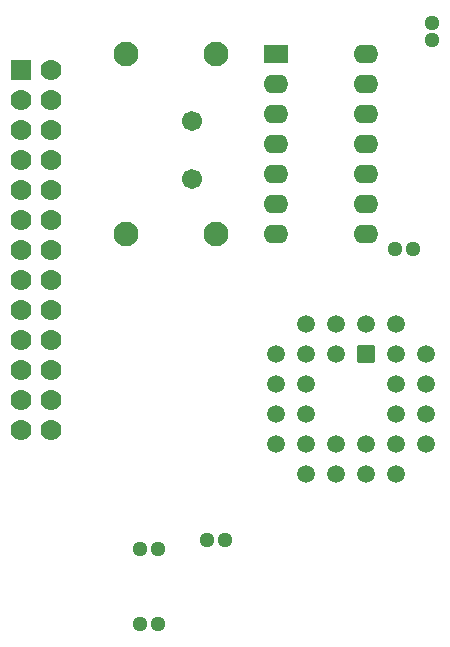
<source format=gbs>
G04 Layer: BottomSolderMaskLayer*
G04 EasyEDA v6.5.40, 2024-12-13 02:27:43*
G04 cafc711810e44acb902ef42d95588454,10*
G04 Gerber Generator version 0.2*
G04 Scale: 100 percent, Rotated: No, Reflected: No *
G04 Dimensions in inches *
G04 leading zeros omitted , absolute positions ,3 integer and 6 decimal *
%FSLAX36Y36*%
%MOIN*%

%AMMACRO1*1,1,$1,$2,$3*1,1,$1,$4,$5*1,1,$1,0-$2,0-$3*1,1,$1,0-$4,0-$5*20,1,$1,$2,$3,$4,$5,0*20,1,$1,$4,$5,0-$2,0-$3,0*20,1,$1,0-$2,0-$3,0-$4,0-$5,0*20,1,$1,0-$4,0-$5,$2,$3,0*4,1,4,$2,$3,$4,$5,0-$2,0-$3,0-$4,0-$5,$2,$3,0*%
%ADD10C,0.0670*%
%ADD11C,0.0512*%
%ADD12O,0.08274000000000001X0.063055*%
%ADD13MACRO1,0.004X-0.0394X0.0295X0.0394X0.0295*%
%ADD14C,0.0827*%
%ADD15MACRO1,0.004X-0.0275X0.0275X0.0275X0.0275*%
%ADD16C,0.0590*%
%ADD17C,0.0700*%
%ADD18R,0.0700X0.0700*%

%LPD*%
D10*
G01*
X720000Y-616460D03*
G01*
X720000Y-423539D03*
D11*
G01*
X1454530Y-850000D03*
G01*
X1395469Y-850000D03*
G01*
X1520000Y-95470D03*
G01*
X1520000Y-154529D03*
G01*
X545470Y-2100000D03*
G01*
X604529Y-2100000D03*
G01*
X829530Y-1820000D03*
G01*
X770469Y-1820000D03*
G01*
X545470Y-1850000D03*
G01*
X604529Y-1850000D03*
D12*
G01*
X1300000Y-800000D03*
G01*
X1300000Y-700000D03*
G01*
X1300000Y-600000D03*
G01*
X1300000Y-500000D03*
G01*
X1300000Y-400000D03*
G01*
X1300000Y-300000D03*
G01*
X1300000Y-200000D03*
G01*
X1000000Y-800000D03*
G01*
X1000000Y-700000D03*
G01*
X1000000Y-600000D03*
G01*
X1000000Y-500000D03*
G01*
X1000000Y-400000D03*
G01*
X1000000Y-300000D03*
D13*
G01*
X1000000Y-200000D03*
D14*
G01*
X500000Y-200000D03*
G01*
X500000Y-800000D03*
G01*
X800000Y-800000D03*
G01*
X800000Y-200000D03*
D15*
G01*
X1300000Y-1200000D03*
D16*
G01*
X1200000Y-1100000D03*
G01*
X1200000Y-1200000D03*
G01*
X1100000Y-1100000D03*
G01*
X1000000Y-1200000D03*
G01*
X1100000Y-1200000D03*
G01*
X1000000Y-1300000D03*
G01*
X1100000Y-1300000D03*
G01*
X1000000Y-1400000D03*
G01*
X1100000Y-1400000D03*
G01*
X1000000Y-1500000D03*
G01*
X1100000Y-1600000D03*
G01*
X1100000Y-1500000D03*
G01*
X1200000Y-1600000D03*
G01*
X1200000Y-1500000D03*
G01*
X1300000Y-1600000D03*
G01*
X1300000Y-1500000D03*
G01*
X1400000Y-1600000D03*
G01*
X1500000Y-1500000D03*
G01*
X1400000Y-1500000D03*
G01*
X1500000Y-1400000D03*
G01*
X1400000Y-1400000D03*
G01*
X1500000Y-1300000D03*
G01*
X1400000Y-1300000D03*
G01*
X1500000Y-1200000D03*
G01*
X1400000Y-1100000D03*
G01*
X1400000Y-1200000D03*
G01*
X1300000Y-1100000D03*
D17*
G01*
X250000Y-1455000D03*
G01*
X150000Y-1455000D03*
G01*
X150000Y-1355000D03*
G01*
X250000Y-1355000D03*
G01*
X150000Y-1255000D03*
G01*
X250000Y-1255000D03*
G01*
X150000Y-1055000D03*
G01*
X150000Y-1155000D03*
G01*
X250000Y-1155000D03*
G01*
X250000Y-1055000D03*
G01*
X150000Y-955000D03*
G01*
X250000Y-955000D03*
G01*
X150000Y-855000D03*
G01*
X250000Y-855000D03*
G01*
X150000Y-755000D03*
G01*
X250000Y-755000D03*
G01*
X150000Y-655000D03*
G01*
X250000Y-655000D03*
G01*
X150000Y-555000D03*
G01*
X250000Y-555000D03*
G01*
X150000Y-455000D03*
G01*
X250000Y-455000D03*
G01*
X150000Y-355000D03*
G01*
X250000Y-355000D03*
D18*
G01*
X150000Y-255000D03*
D17*
G01*
X250000Y-255000D03*
M02*

</source>
